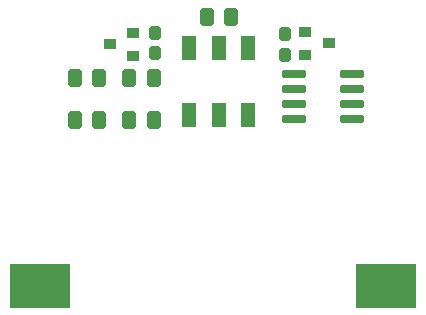
<source format=gbr>
G04 #@! TF.GenerationSoftware,KiCad,Pcbnew,(6.0.9)*
G04 #@! TF.CreationDate,2022-11-29T20:17:37+01:00*
G04 #@! TF.ProjectId,SMD Lauflicht 0805-0603 v1_1,534d4420-4c61-4756-966c-696368742030,rev?*
G04 #@! TF.SameCoordinates,Original*
G04 #@! TF.FileFunction,Soldermask,Bot*
G04 #@! TF.FilePolarity,Negative*
%FSLAX46Y46*%
G04 Gerber Fmt 4.6, Leading zero omitted, Abs format (unit mm)*
G04 Created by KiCad (PCBNEW (6.0.9)) date 2022-11-29 20:17:37*
%MOMM*%
%LPD*%
G01*
G04 APERTURE LIST*
G04 Aperture macros list*
%AMRoundRect*
0 Rectangle with rounded corners*
0 $1 Rounding radius*
0 $2 $3 $4 $5 $6 $7 $8 $9 X,Y pos of 4 corners*
0 Add a 4 corners polygon primitive as box body*
4,1,4,$2,$3,$4,$5,$6,$7,$8,$9,$2,$3,0*
0 Add four circle primitives for the rounded corners*
1,1,$1+$1,$2,$3*
1,1,$1+$1,$4,$5*
1,1,$1+$1,$6,$7*
1,1,$1+$1,$8,$9*
0 Add four rect primitives between the rounded corners*
20,1,$1+$1,$2,$3,$4,$5,0*
20,1,$1+$1,$4,$5,$6,$7,0*
20,1,$1+$1,$6,$7,$8,$9,0*
20,1,$1+$1,$8,$9,$2,$3,0*%
G04 Aperture macros list end*
%ADD10RoundRect,0.051000X-2.500000X-1.800000X2.500000X-1.800000X2.500000X1.800000X-2.500000X1.800000X0*%
%ADD11RoundRect,0.301000X0.325000X0.450000X-0.325000X0.450000X-0.325000X-0.450000X0.325000X-0.450000X0*%
%ADD12RoundRect,0.051000X0.550000X0.975000X-0.550000X0.975000X-0.550000X-0.975000X0.550000X-0.975000X0*%
%ADD13RoundRect,0.201000X0.825000X0.150000X-0.825000X0.150000X-0.825000X-0.150000X0.825000X-0.150000X0*%
%ADD14RoundRect,0.051000X0.450000X0.400000X-0.450000X0.400000X-0.450000X-0.400000X0.450000X-0.400000X0*%
%ADD15RoundRect,0.051000X-0.450000X-0.400000X0.450000X-0.400000X0.450000X0.400000X-0.450000X0.400000X0*%
%ADD16RoundRect,0.288500X0.237500X-0.287500X0.237500X0.287500X-0.237500X0.287500X-0.237500X-0.287500X0*%
G04 APERTURE END LIST*
D10*
X56165080Y-96185520D03*
X85465080Y-96185520D03*
D11*
X61174440Y-82184340D03*
X59124440Y-82184340D03*
X61174440Y-78628340D03*
X59124440Y-78628340D03*
X65761440Y-82184340D03*
X63711440Y-82184340D03*
X65761440Y-78628340D03*
X63711440Y-78628340D03*
D12*
X73760260Y-76086340D03*
X73760260Y-81736340D03*
X71260260Y-81736340D03*
X71260260Y-76086340D03*
X68760260Y-76086340D03*
X68760260Y-81736340D03*
D13*
X82561440Y-78287340D03*
X82561440Y-79557340D03*
X82561440Y-80827340D03*
X82561440Y-82097340D03*
X77611440Y-82097340D03*
X77611440Y-80827340D03*
X77611440Y-79557340D03*
X77611440Y-78287340D03*
D14*
X64047000Y-74819000D03*
X64047000Y-76719000D03*
X62047000Y-75769000D03*
D15*
X78582400Y-76632600D03*
X78582400Y-74732600D03*
X80582400Y-75682600D03*
D16*
X65907800Y-76528400D03*
X65907800Y-74778400D03*
X76880600Y-76644000D03*
X76880600Y-74894000D03*
D11*
X72292200Y-73406800D03*
X70242200Y-73406800D03*
M02*

</source>
